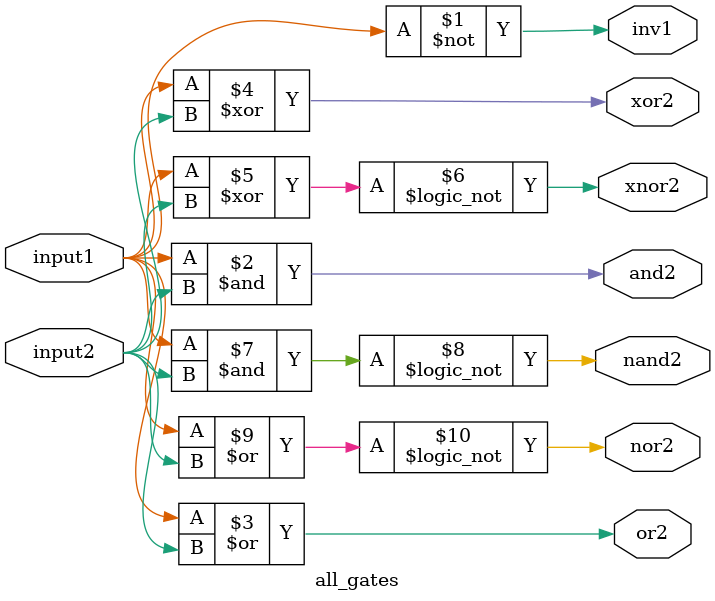
<source format=v>
module all_gates(input1,input2,inv1,and2,or2,xor2,xnor2,nand2,nor2);
    input input1,input2;
    output inv1,and2,or2,xor2,xnor2,nand2,nor2;
    assign inv1 = ~input1;
    assign and2 = input1 & input2;
    assign or2 = input1 | input2;
    assign xor2 = input1 ^ input2;
    assign xnor2 = !(input1 ^ input2);
    assign nand2 = !(input1 & input2);
    assign nor2 = !(input1 | input2);
endmodule

</source>
